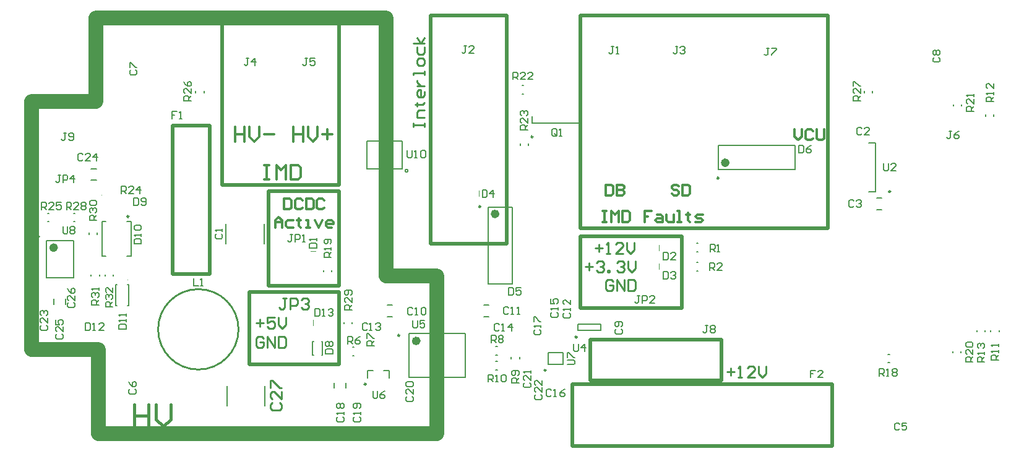
<source format=gto>
G04*
G04 #@! TF.GenerationSoftware,Altium Limited,Altium Designer,18.1.11 (251)*
G04*
G04 Layer_Color=65535*
%FSLAX25Y25*%
%MOIN*%
G70*
G01*
G75*
%ADD10C,0.00984*%
%ADD11C,0.02362*%
%ADD12C,0.00787*%
%ADD13C,0.01000*%
%ADD14C,0.00394*%
%ADD15C,0.01968*%
%ADD16C,0.00197*%
%ADD17C,0.07874*%
%ADD18C,0.01181*%
%ADD19C,0.01575*%
D10*
X374902Y145276D02*
G03*
X374902Y145276I-492J0D01*
G01*
X246555Y129921D02*
G03*
X246555Y129921I-492J0D01*
G01*
X8760Y113681D02*
G03*
X8760Y113681I-492J0D01*
G01*
X281791Y41732D02*
G03*
X281791Y41732I-492J0D01*
G01*
X184843Y34252D02*
G03*
X184843Y34252I-492J0D01*
G01*
X203008Y60520D02*
G03*
X203008Y60520I-492J0D01*
G01*
X298524Y59646D02*
G03*
X298524Y59646I-492J0D01*
G01*
X467421Y138031D02*
G03*
X467421Y138031I-492J0D01*
G01*
X274744Y167520D02*
G03*
X274744Y167520I-492J0D01*
G01*
X57087Y124606D02*
G03*
X57087Y124606I-492J0D01*
G01*
D11*
X379528Y153543D02*
G03*
X379528Y153543I-1181J0D01*
G01*
X255512Y125984D02*
G03*
X255512Y125984I-1181J0D01*
G01*
X17717Y107776D02*
G03*
X17717Y107776I-1181J0D01*
G01*
X213047Y57547D02*
G03*
X213047Y57547I-1181J0D01*
G01*
D12*
X207480Y149213D02*
G03*
X207480Y149213I-787J0D01*
G01*
X374606Y150000D02*
X415945D01*
X374606Y162992D02*
X415945D01*
X374606Y150000D02*
Y162992D01*
X415945Y150000D02*
Y162992D01*
X250787Y88386D02*
Y129724D01*
X263779Y88386D02*
Y129724D01*
X250787D02*
X263779D01*
X250787Y88386D02*
X263779D01*
X185433Y150394D02*
X204331D01*
X185433D02*
Y165354D01*
X204331D01*
Y150394D02*
Y165354D01*
X12598Y91634D02*
Y111673D01*
X27165Y91634D02*
Y111673D01*
X12598D02*
X27165D01*
X12598Y91634D02*
X27165D01*
X282874Y44882D02*
X291142D01*
X282874Y51181D02*
X291142D01*
X282874Y44882D02*
Y51181D01*
X291142Y44882D02*
Y51181D01*
X194252Y41634D02*
X197303D01*
Y37697D02*
Y41634D01*
X185492D02*
X188543D01*
X185492Y37697D02*
Y41634D01*
X207929Y37862D02*
Y61484D01*
X238441Y37862D02*
Y61484D01*
X207929D02*
X238441D01*
X207929Y37862D02*
X238441D01*
X298819Y63189D02*
Y66732D01*
X311417Y63189D02*
Y66732D01*
X298819Y63189D02*
X311417D01*
X298819Y66732D02*
X311417D01*
X455709Y164370D02*
X459449D01*
Y137992D02*
Y164370D01*
X455709Y137992D02*
X459449D01*
X44193Y92520D02*
Y93307D01*
X48720Y92520D02*
Y93307D01*
X36713Y92520D02*
Y93307D01*
X41240Y92520D02*
Y93307D01*
X35531Y114961D02*
Y115748D01*
X40059Y114961D02*
Y115748D01*
X177461Y66929D02*
Y67716D01*
X172933Y66929D02*
Y67716D01*
X27165Y121752D02*
X27953D01*
X27165Y126279D02*
X27953D01*
X457776Y191339D02*
Y192126D01*
X453248Y191339D02*
Y192126D01*
X93012Y191339D02*
Y192126D01*
X97539Y191339D02*
Y192126D01*
X13342Y121816D02*
X14130D01*
X13342Y126343D02*
X14130D01*
X267815Y162992D02*
Y163779D01*
X272342Y162992D02*
Y163779D01*
X268898Y190650D02*
X269685D01*
X268898Y195177D02*
X269685D01*
X501279Y184252D02*
Y185039D01*
X505807Y184252D02*
Y185039D01*
X505413Y51181D02*
Y51968D01*
X500886Y51181D02*
Y51968D01*
X166437Y94882D02*
Y95669D01*
X161909Y94882D02*
Y95669D01*
X466142Y45768D02*
X466929D01*
X466142Y50295D02*
X466929D01*
X513878Y62598D02*
Y63386D01*
X518405Y62598D02*
Y63386D01*
X523130Y178740D02*
Y179528D01*
X518602Y178740D02*
Y179528D01*
X525886Y62598D02*
Y63386D01*
X521358Y62598D02*
Y63386D01*
X254791Y46437D02*
X255579D01*
X254791Y41909D02*
X255579D01*
X263090Y48031D02*
Y48819D01*
X267618Y48031D02*
Y48819D01*
X254791Y54437D02*
X255579D01*
X254791Y49909D02*
X255579D01*
X177559Y54232D02*
X178347D01*
X177559Y49705D02*
X178347D01*
X362992Y99902D02*
X363779D01*
X362992Y95374D02*
X363779D01*
X362992Y110138D02*
X363779D01*
X362992Y105610D02*
X363779D01*
X300590Y175000D02*
Y178740D01*
X274213Y175000D02*
X300590D01*
X274213D02*
Y178740D01*
X57087Y76575D02*
Y87992D01*
X50000Y76575D02*
Y87992D01*
X56299D02*
X57087D01*
X56299Y76575D02*
X57087D01*
X50000Y87992D02*
X50787D01*
X50000Y76575D02*
X50787D01*
X42520Y103150D02*
X44783D01*
X42520Y122047D02*
X44783D01*
X56004Y103150D02*
X58268D01*
X56004Y122047D02*
X58268D01*
X42520Y103150D02*
Y122047D01*
X58268Y103150D02*
Y122047D01*
X155905Y50000D02*
X156496D01*
X155905Y57087D02*
X156496D01*
X160827Y50000D02*
X161417D01*
X160827Y57087D02*
X161417D01*
X155905Y50000D02*
Y57087D01*
X161417Y50000D02*
Y57087D01*
X109843Y22638D02*
Y33268D01*
X130315Y22638D02*
Y33268D01*
X22835Y77362D02*
Y80118D01*
X16535Y77362D02*
Y80118D01*
X36811Y144095D02*
X39567D01*
X36811Y150394D02*
X39567D01*
X174016Y32087D02*
Y34843D01*
X167717Y32087D02*
Y34843D01*
X248307Y70524D02*
X251063D01*
X248307Y76823D02*
X251063D01*
X196307Y70524D02*
X199063D01*
X196307Y76823D02*
X199063D01*
X460039Y128347D02*
X462795D01*
X460039Y134646D02*
X462795D01*
X129921Y110039D02*
Y120669D01*
X109449Y110039D02*
Y120669D01*
X461222Y38583D02*
Y42519D01*
X463190D01*
X463846Y41863D01*
Y40551D01*
X463190Y39895D01*
X461222D01*
X462534D02*
X463846Y38583D01*
X465158D02*
X466470D01*
X465814D01*
Y42519D01*
X465158Y41863D01*
X468438D02*
X469094Y42519D01*
X470405D01*
X471061Y41863D01*
Y41207D01*
X470405Y40551D01*
X471061Y39895D01*
Y39239D01*
X470405Y38583D01*
X469094D01*
X468438Y39239D01*
Y39895D01*
X469094Y40551D01*
X468438Y41207D01*
Y41863D01*
X469094Y40551D02*
X470405D01*
X369029Y65747D02*
X367717D01*
X368373D01*
Y62468D01*
X367717Y61812D01*
X367061D01*
X366405Y62468D01*
X370341Y65091D02*
X370997Y65747D01*
X372309D01*
X372965Y65091D01*
Y64435D01*
X372309Y63779D01*
X372965Y63124D01*
Y62468D01*
X372309Y61812D01*
X370997D01*
X370341Y62468D01*
Y63124D01*
X370997Y63779D01*
X370341Y64435D01*
Y65091D01*
X370997Y63779D02*
X372309D01*
X511810Y46327D02*
X507875D01*
Y48295D01*
X508531Y48951D01*
X509842D01*
X510499Y48295D01*
Y46327D01*
Y47639D02*
X511810Y48951D01*
Y52887D02*
Y50263D01*
X509187Y52887D01*
X508531D01*
X507875Y52231D01*
Y50919D01*
X508531Y50263D01*
Y54199D02*
X507875Y54855D01*
Y56166D01*
X508531Y56823D01*
X511154D01*
X511810Y56166D01*
Y54855D01*
X511154Y54199D01*
X508531D01*
X153281Y209842D02*
X151969D01*
X152625D01*
Y206562D01*
X151969Y205906D01*
X151313D01*
X150657Y206562D01*
X157217Y209842D02*
X154593D01*
Y207874D01*
X155905Y208530D01*
X156561D01*
X157217Y207874D01*
Y206562D01*
X156561Y205906D01*
X155249D01*
X154593Y206562D01*
X207088Y160117D02*
Y156838D01*
X207744Y156182D01*
X209056D01*
X209712Y156838D01*
Y160117D01*
X211024Y156182D02*
X212336D01*
X211680D01*
Y160117D01*
X211024Y159461D01*
X214304D02*
X214960Y160117D01*
X216272D01*
X216928Y159461D01*
Y156838D01*
X216272Y156182D01*
X214960D01*
X214304Y156838D01*
Y159461D01*
X426903Y41732D02*
X424279D01*
Y39764D01*
X425591D01*
X424279D01*
Y37796D01*
X430839D02*
X428215D01*
X430839Y40420D01*
Y41076D01*
X430183Y41732D01*
X428871D01*
X428215Y41076D01*
X83024Y181336D02*
X80400D01*
Y179368D01*
X81712D01*
X80400D01*
Y177400D01*
X84336D02*
X85648D01*
X84992D01*
Y181336D01*
X84336Y180680D01*
X296720Y55905D02*
Y52625D01*
X297376Y51969D01*
X298688D01*
X299344Y52625D01*
Y55905D01*
X302624Y51969D02*
Y55905D01*
X300656Y53937D01*
X303280D01*
X10105Y65880D02*
X9449Y65224D01*
Y63912D01*
X10105Y63256D01*
X12729D01*
X13385Y63912D01*
Y65224D01*
X12729Y65880D01*
X13385Y69816D02*
Y67192D01*
X10761Y69816D01*
X10105D01*
X9449Y69160D01*
Y67848D01*
X10105Y67192D01*
Y71128D02*
X9449Y71784D01*
Y73096D01*
X10105Y73752D01*
X10761D01*
X11417Y73096D01*
Y72440D01*
Y73096D01*
X12073Y73752D01*
X12729D01*
X13385Y73096D01*
Y71784D01*
X12729Y71128D01*
X39763Y122705D02*
X35827D01*
Y124673D01*
X36483Y125329D01*
X37795D01*
X38451Y124673D01*
Y122705D01*
Y124017D02*
X39763Y125329D01*
X36483Y126641D02*
X35827Y127297D01*
Y128609D01*
X36483Y129265D01*
X37139D01*
X37795Y128609D01*
Y127953D01*
Y128609D01*
X38451Y129265D01*
X39107D01*
X39763Y128609D01*
Y127297D01*
X39107Y126641D01*
X36483Y130577D02*
X35827Y131233D01*
Y132545D01*
X36483Y133200D01*
X39107D01*
X39763Y132545D01*
Y131233D01*
X39107Y130577D01*
X36483D01*
X21523Y119291D02*
Y116011D01*
X22179Y115355D01*
X23491D01*
X24147Y116011D01*
Y119291D01*
X25459Y118635D02*
X26115Y119291D01*
X27427D01*
X28083Y118635D01*
Y117979D01*
X27427Y117323D01*
X28083Y116667D01*
Y116011D01*
X27427Y115355D01*
X26115D01*
X25459Y116011D01*
Y116667D01*
X26115Y117323D01*
X25459Y117979D01*
Y118635D01*
X26115Y117323D02*
X27427D01*
X188512Y30610D02*
Y27330D01*
X189167Y26674D01*
X190479D01*
X191135Y27330D01*
Y30610D01*
X195071D02*
X193759Y29954D01*
X192447Y28642D01*
Y27330D01*
X193103Y26674D01*
X194415D01*
X195071Y27330D01*
Y27986D01*
X194415Y28642D01*
X192447D01*
X23360Y169527D02*
X22048D01*
X22704D01*
Y166247D01*
X22048Y165591D01*
X21392D01*
X20736Y166247D01*
X24672D02*
X25328Y165591D01*
X26640D01*
X27296Y166247D01*
Y168871D01*
X26640Y169527D01*
X25328D01*
X24672Y168871D01*
Y168215D01*
X25328Y167559D01*
X27296D01*
X417980Y162991D02*
Y159056D01*
X419948D01*
X420604Y159712D01*
Y162336D01*
X419948Y162991D01*
X417980D01*
X424540D02*
X423228Y162336D01*
X421916Y161024D01*
Y159712D01*
X422572Y159056D01*
X423884D01*
X424540Y159712D01*
Y160368D01*
X423884Y161024D01*
X421916D01*
X261681Y86220D02*
Y82284D01*
X263649D01*
X264305Y82940D01*
Y85564D01*
X263649Y86220D01*
X261681D01*
X268240D02*
X265617D01*
Y84252D01*
X266929Y84908D01*
X267584D01*
X268240Y84252D01*
Y82940D01*
X267584Y82284D01*
X266273D01*
X265617Y82940D01*
X239108Y216535D02*
X237796D01*
X238452D01*
Y213255D01*
X237796Y212599D01*
X237140D01*
X236484Y213255D01*
X243044Y212599D02*
X240420D01*
X243044Y215223D01*
Y215879D01*
X242388Y216535D01*
X241076D01*
X240420Y215879D01*
X293308Y44752D02*
X296587D01*
X297243Y45408D01*
Y46720D01*
X296587Y47376D01*
X293308D01*
Y48687D02*
Y51311D01*
X293964D01*
X296587Y48687D01*
X297243D01*
X209905Y68641D02*
Y65361D01*
X210561Y64705D01*
X211873D01*
X212529Y65361D01*
Y68641D01*
X216465D02*
X213841D01*
Y66673D01*
X215153Y67329D01*
X215809D01*
X216465Y66673D01*
Y65361D01*
X215809Y64705D01*
X214497D01*
X213841Y65361D01*
X463649Y153149D02*
Y149869D01*
X464305Y149213D01*
X465617D01*
X466273Y149869D01*
Y153149D01*
X470209Y149213D02*
X467585D01*
X470209Y151837D01*
Y152493D01*
X469553Y153149D01*
X468241D01*
X467585Y152493D01*
X48425Y75855D02*
X44489D01*
Y77823D01*
X45145Y78478D01*
X46457D01*
X47113Y77823D01*
Y75855D01*
Y77167D02*
X48425Y78478D01*
X45145Y79791D02*
X44489Y80446D01*
Y81758D01*
X45145Y82414D01*
X45801D01*
X46457Y81758D01*
Y81102D01*
Y81758D01*
X47113Y82414D01*
X47769D01*
X48425Y81758D01*
Y80446D01*
X47769Y79791D01*
X48425Y86350D02*
Y83726D01*
X45801Y86350D01*
X45145D01*
X44489Y85694D01*
Y84382D01*
X45145Y83726D01*
X40944Y76904D02*
X37009D01*
Y78872D01*
X37664Y79528D01*
X38976D01*
X39632Y78872D01*
Y76904D01*
Y78216D02*
X40944Y79528D01*
X37664Y80840D02*
X37009Y81496D01*
Y82808D01*
X37664Y83464D01*
X38320D01*
X38976Y82808D01*
Y82152D01*
Y82808D01*
X39632Y83464D01*
X40288D01*
X40944Y82808D01*
Y81496D01*
X40288Y80840D01*
X40944Y84776D02*
Y86088D01*
Y85432D01*
X37009D01*
X37664Y84776D01*
X177165Y74280D02*
X173229D01*
Y76248D01*
X173885Y76904D01*
X175197D01*
X175853Y76248D01*
Y74280D01*
Y75592D02*
X177165Y76904D01*
Y80840D02*
Y78216D01*
X174541Y80840D01*
X173885D01*
X173229Y80184D01*
Y78872D01*
X173885Y78216D01*
X176509Y82151D02*
X177165Y82807D01*
Y84119D01*
X176509Y84775D01*
X173885D01*
X173229Y84119D01*
Y82807D01*
X173885Y82151D01*
X174541D01*
X175197Y82807D01*
Y84775D01*
X23493Y128347D02*
Y132283D01*
X25460D01*
X26116Y131627D01*
Y130315D01*
X25460Y129659D01*
X23493D01*
X24804D02*
X26116Y128347D01*
X30052D02*
X27428D01*
X30052Y130971D01*
Y131627D01*
X29396Y132283D01*
X28084D01*
X27428Y131627D01*
X31364D02*
X32020Y132283D01*
X33332D01*
X33988Y131627D01*
Y130971D01*
X33332Y130315D01*
X33988Y129659D01*
Y129003D01*
X33332Y128347D01*
X32020D01*
X31364Y129003D01*
Y129659D01*
X32020Y130315D01*
X31364Y130971D01*
Y131627D01*
X32020Y130315D02*
X33332D01*
X451181Y186878D02*
X447245D01*
Y188846D01*
X447901Y189502D01*
X449213D01*
X449868Y188846D01*
Y186878D01*
Y188190D02*
X451181Y189502D01*
Y193438D02*
Y190814D01*
X448557Y193438D01*
X447901D01*
X447245Y192782D01*
Y191470D01*
X447901Y190814D01*
X447245Y194750D02*
Y197374D01*
X447901D01*
X450525Y194750D01*
X451181D01*
X90551Y186878D02*
X86615D01*
Y188846D01*
X87271Y189502D01*
X88583D01*
X89239Y188846D01*
Y186878D01*
Y188190D02*
X90551Y189502D01*
Y193438D02*
Y190814D01*
X87927Y193438D01*
X87271D01*
X86615Y192782D01*
Y191470D01*
X87271Y190814D01*
X86615Y197374D02*
X87271Y196062D01*
X88583Y194750D01*
X89895D01*
X90551Y195406D01*
Y196718D01*
X89895Y197374D01*
X89239D01*
X88583Y196718D01*
Y194750D01*
X10107Y128347D02*
Y132283D01*
X12075D01*
X12731Y131627D01*
Y130315D01*
X12075Y129659D01*
X10107D01*
X11419D02*
X12731Y128347D01*
X16666D02*
X14042D01*
X16666Y130971D01*
Y131627D01*
X16010Y132283D01*
X14698D01*
X14042Y131627D01*
X20602Y132283D02*
X17978D01*
Y130315D01*
X19290Y130971D01*
X19946D01*
X20602Y130315D01*
Y129003D01*
X19946Y128347D01*
X18634D01*
X17978Y129003D01*
X53020Y137009D02*
Y140944D01*
X54988D01*
X55644Y140288D01*
Y138976D01*
X54988Y138320D01*
X53020D01*
X54332D02*
X55644Y137009D01*
X59580D02*
X56956D01*
X59580Y139632D01*
Y140288D01*
X58924Y140944D01*
X57612D01*
X56956Y140288D01*
X62859Y137009D02*
Y140944D01*
X60891Y138976D01*
X63515D01*
X272047Y171130D02*
X268111D01*
Y173098D01*
X268767Y173754D01*
X270079D01*
X270735Y173098D01*
Y171130D01*
Y172442D02*
X272047Y173754D01*
Y177690D02*
Y175066D01*
X269423Y177690D01*
X268767D01*
X268111Y177034D01*
Y175722D01*
X268767Y175066D01*
Y179002D02*
X268111Y179658D01*
Y180970D01*
X268767Y181626D01*
X269423D01*
X270079Y180970D01*
Y180314D01*
Y180970D01*
X270735Y181626D01*
X271391D01*
X272047Y180970D01*
Y179658D01*
X271391Y179002D01*
X264044Y198426D02*
Y202362D01*
X266012D01*
X266668Y201706D01*
Y200394D01*
X266012Y199738D01*
X264044D01*
X265356D02*
X266668Y198426D01*
X270603D02*
X267979D01*
X270603Y201050D01*
Y201706D01*
X269947Y202362D01*
X268635D01*
X267979Y201706D01*
X274539Y198426D02*
X271915D01*
X274539Y201050D01*
Y201706D01*
X273883Y202362D01*
X272571D01*
X271915Y201706D01*
X512204Y181235D02*
X508268D01*
Y183203D01*
X508924Y183859D01*
X510236D01*
X510892Y183203D01*
Y181235D01*
Y182547D02*
X512204Y183859D01*
Y187795D02*
Y185171D01*
X509580Y187795D01*
X508924D01*
X508268Y187139D01*
Y185827D01*
X508924Y185171D01*
X512204Y189107D02*
Y190419D01*
Y189762D01*
X508268D01*
X508924Y189107D01*
X166141Y102561D02*
X162205D01*
Y104528D01*
X162861Y105184D01*
X164173D01*
X164829Y104528D01*
Y102561D01*
Y103873D02*
X166141Y105184D01*
Y106496D02*
Y107808D01*
Y107152D01*
X162205D01*
X162861Y106496D01*
X165485Y109776D02*
X166141Y110432D01*
Y111744D01*
X165485Y112400D01*
X162861D01*
X162205Y111744D01*
Y110432D01*
X162861Y109776D01*
X163517D01*
X164173Y110432D01*
Y112400D01*
X518110Y46261D02*
X514174D01*
Y48229D01*
X514830Y48885D01*
X516142D01*
X516798Y48229D01*
Y46261D01*
Y47573D02*
X518110Y48885D01*
Y50197D02*
Y51509D01*
Y50853D01*
X514174D01*
X514830Y50197D01*
Y53477D02*
X514174Y54133D01*
Y55445D01*
X514830Y56101D01*
X515486D01*
X516142Y55445D01*
Y54789D01*
Y55445D01*
X516798Y56101D01*
X517454D01*
X518110Y55445D01*
Y54133D01*
X517454Y53477D01*
X522834Y186419D02*
X518898D01*
Y188387D01*
X519554Y189043D01*
X520866D01*
X521522Y188387D01*
Y186419D01*
Y187731D02*
X522834Y189043D01*
Y190355D02*
Y191667D01*
Y191011D01*
X518898D01*
X519554Y190355D01*
X522834Y196258D02*
Y193634D01*
X520210Y196258D01*
X519554D01*
X518898Y195602D01*
Y194290D01*
X519554Y193634D01*
X525590Y47311D02*
X521654D01*
Y49279D01*
X522310Y49935D01*
X523622D01*
X524278Y49279D01*
Y47311D01*
Y48623D02*
X525590Y49935D01*
Y51247D02*
Y52559D01*
Y51903D01*
X521654D01*
X522310Y51247D01*
X525590Y54527D02*
Y55839D01*
Y55183D01*
X521654D01*
X522310Y54527D01*
X250592Y35434D02*
Y39369D01*
X252560D01*
X253216Y38713D01*
Y37402D01*
X252560Y36746D01*
X250592D01*
X251904D02*
X253216Y35434D01*
X254528D02*
X255840D01*
X255184D01*
Y39369D01*
X254528Y38713D01*
X257808D02*
X258464Y39369D01*
X259775D01*
X260432Y38713D01*
Y36090D01*
X259775Y35434D01*
X258464D01*
X257808Y36090D01*
Y38713D01*
X267322Y34909D02*
X263387D01*
Y36877D01*
X264042Y37533D01*
X265354D01*
X266010Y36877D01*
Y34909D01*
Y36221D02*
X267322Y37533D01*
X266666Y38845D02*
X267322Y39501D01*
Y40813D01*
X266666Y41469D01*
X264042D01*
X263387Y40813D01*
Y39501D01*
X264042Y38845D01*
X264698D01*
X265354Y39501D01*
Y41469D01*
X252232Y56694D02*
Y60629D01*
X254200D01*
X254856Y59973D01*
Y58661D01*
X254200Y58005D01*
X252232D01*
X253544D02*
X254856Y56694D01*
X256168Y59973D02*
X256824Y60629D01*
X258136D01*
X258792Y59973D01*
Y59317D01*
X258136Y58661D01*
X258792Y58005D01*
Y57349D01*
X258136Y56694D01*
X256824D01*
X256168Y57349D01*
Y58005D01*
X256824Y58661D01*
X256168Y59317D01*
Y59973D01*
X256824Y58661D02*
X258136D01*
X189369Y54988D02*
X185434D01*
Y56956D01*
X186090Y57612D01*
X187402D01*
X188057Y56956D01*
Y54988D01*
Y56300D02*
X189369Y57612D01*
X185434Y58924D02*
Y61547D01*
X186090D01*
X188714Y58924D01*
X189369D01*
X175067Y55906D02*
Y59842D01*
X177034D01*
X177690Y59186D01*
Y57874D01*
X177034Y57218D01*
X175067D01*
X176379D02*
X177690Y55906D01*
X181626Y59842D02*
X180314Y59186D01*
X179002Y57874D01*
Y56562D01*
X179658Y55906D01*
X180970D01*
X181626Y56562D01*
Y57218D01*
X180970Y57874D01*
X179002D01*
X369949Y95670D02*
Y99606D01*
X371916D01*
X372572Y98950D01*
Y97638D01*
X371916Y96982D01*
X369949D01*
X371260D02*
X372572Y95670D01*
X376508D02*
X373884D01*
X376508Y98294D01*
Y98950D01*
X375852Y99606D01*
X374540D01*
X373884Y98950D01*
X370211Y105512D02*
Y109448D01*
X372179D01*
X372835Y108792D01*
Y107480D01*
X372179Y106824D01*
X370211D01*
X371523D02*
X372835Y105512D01*
X374147D02*
X375459D01*
X374802D01*
Y109448D01*
X374147Y108792D01*
X287756Y168570D02*
Y171194D01*
X287100Y171850D01*
X285788D01*
X285132Y171194D01*
Y168570D01*
X285788Y167914D01*
X287100D01*
X286444Y169226D02*
X287756Y167914D01*
X287100D02*
X287756Y168570D01*
X289068Y167914D02*
X290380D01*
X289724D01*
Y171850D01*
X289068Y171194D01*
X91864Y91338D02*
Y87402D01*
X94488D01*
X95800D02*
X97112D01*
X96456D01*
Y91338D01*
X95800Y90682D01*
X20211Y146850D02*
X18899D01*
X19555D01*
Y143570D01*
X18899Y142914D01*
X18243D01*
X17587Y143570D01*
X21523Y142914D02*
Y146850D01*
X23491D01*
X24147Y146194D01*
Y144882D01*
X23491Y144226D01*
X21523D01*
X27426Y142914D02*
Y146850D01*
X25458Y144882D01*
X28082D01*
X332416Y81889D02*
X331104D01*
X331760D01*
Y78609D01*
X331104Y77953D01*
X330448D01*
X329792Y78609D01*
X333728Y77953D02*
Y81889D01*
X335695D01*
X336351Y81233D01*
Y79921D01*
X335695Y79265D01*
X333728D01*
X340287Y77953D02*
X337663D01*
X340287Y80577D01*
Y81233D01*
X339631Y81889D01*
X338319D01*
X337663Y81233D01*
X145276Y114960D02*
X143964D01*
X144620D01*
Y111680D01*
X143964Y111024D01*
X143308D01*
X142652Y111680D01*
X146588Y111024D02*
Y114960D01*
X148556D01*
X149212Y114304D01*
Y112992D01*
X148556Y112336D01*
X146588D01*
X150524Y111024D02*
X151836D01*
X151180D01*
Y114960D01*
X150524Y114304D01*
X402021Y215354D02*
X400709D01*
X401365D01*
Y212074D01*
X400709Y211418D01*
X400053D01*
X399397Y212074D01*
X403333Y215354D02*
X405957D01*
Y214698D01*
X403333Y212074D01*
Y211418D01*
X500424Y170636D02*
X499112D01*
X499768D01*
Y167356D01*
X499112Y166700D01*
X498456D01*
X497800Y167356D01*
X504360Y170636D02*
X503048Y169980D01*
X501736Y168668D01*
Y167356D01*
X502392Y166700D01*
X503704D01*
X504360Y167356D01*
Y168012D01*
X503704Y168668D01*
X501736D01*
X121785Y209842D02*
X120473D01*
X121129D01*
Y206562D01*
X120473Y205906D01*
X119817D01*
X119161Y206562D01*
X125065Y205906D02*
Y209842D01*
X123097Y207874D01*
X125721D01*
X352809Y216141D02*
X351497D01*
X352153D01*
Y212861D01*
X351497Y212205D01*
X350841D01*
X350185Y212861D01*
X354120Y215485D02*
X354777Y216141D01*
X356088D01*
X356744Y215485D01*
Y214829D01*
X356088Y214173D01*
X355432D01*
X356088D01*
X356744Y213517D01*
Y212861D01*
X356088Y212205D01*
X354777D01*
X354120Y212861D01*
X318425Y216141D02*
X317113D01*
X317769D01*
Y212861D01*
X317113Y212205D01*
X316457D01*
X315801Y212861D01*
X319737Y212205D02*
X321049D01*
X320393D01*
Y216141D01*
X319737Y215485D01*
X157285Y74803D02*
Y70867D01*
X159253D01*
X159909Y71523D01*
Y74147D01*
X159253Y74803D01*
X157285D01*
X161221Y70867D02*
X162533D01*
X161877D01*
Y74803D01*
X161221Y74147D01*
X164501D02*
X165156Y74803D01*
X166468D01*
X167124Y74147D01*
Y73491D01*
X166468Y72835D01*
X165813D01*
X166468D01*
X167124Y72179D01*
Y71523D01*
X166468Y70867D01*
X165156D01*
X164501Y71523D01*
X33663Y67322D02*
Y63386D01*
X35631D01*
X36287Y64042D01*
Y66666D01*
X35631Y67322D01*
X33663D01*
X37599Y63386D02*
X38911D01*
X38255D01*
Y67322D01*
X37599Y66666D01*
X43502Y63386D02*
X40878D01*
X43502Y66010D01*
Y66666D01*
X42846Y67322D01*
X41535D01*
X40878Y66666D01*
X51575Y63846D02*
X55511D01*
Y65814D01*
X54855Y66470D01*
X52231D01*
X51575Y65814D01*
Y63846D01*
X55511Y67782D02*
Y69094D01*
Y68438D01*
X51575D01*
X52231Y67782D01*
X55511Y71062D02*
Y72374D01*
Y71718D01*
X51575D01*
X52231Y71062D01*
X59843Y110041D02*
X63779D01*
Y112009D01*
X63123Y112665D01*
X60499D01*
X59843Y112009D01*
Y110041D01*
X63779Y113977D02*
Y115289D01*
Y114633D01*
X59843D01*
X60499Y113977D01*
Y117256D02*
X59843Y117912D01*
Y119224D01*
X60499Y119880D01*
X63123D01*
X63779Y119224D01*
Y117912D01*
X63123Y117256D01*
X60499D01*
X59712Y134645D02*
Y130709D01*
X61680D01*
X62336Y131365D01*
Y133989D01*
X61680Y134645D01*
X59712D01*
X63648Y131365D02*
X64304Y130709D01*
X65616D01*
X66272Y131365D01*
Y133989D01*
X65616Y134645D01*
X64304D01*
X63648Y133989D01*
Y133333D01*
X64304Y132677D01*
X66272D01*
X162993Y50657D02*
X166929D01*
Y52625D01*
X166272Y53281D01*
X163649D01*
X162993Y52625D01*
Y50657D01*
X163649Y54593D02*
X162993Y55249D01*
Y56561D01*
X163649Y57217D01*
X164305D01*
X164961Y56561D01*
X165617Y57217D01*
X166272D01*
X166929Y56561D01*
Y55249D01*
X166272Y54593D01*
X165617D01*
X164961Y55249D01*
X164305Y54593D01*
X163649D01*
X164961Y55249D02*
Y56561D01*
X247508Y138976D02*
Y135040D01*
X249476D01*
X250131Y135696D01*
Y138320D01*
X249476Y138976D01*
X247508D01*
X253411Y135040D02*
Y138976D01*
X251443Y137008D01*
X254067D01*
X345145Y94881D02*
Y90946D01*
X347113D01*
X347769Y91602D01*
Y94225D01*
X347113Y94881D01*
X345145D01*
X349081Y94225D02*
X349737Y94881D01*
X351049D01*
X351705Y94225D01*
Y93569D01*
X351049Y92913D01*
X350393D01*
X351049D01*
X351705Y92257D01*
Y91602D01*
X351049Y90946D01*
X349737D01*
X349081Y91602D01*
X345145Y105117D02*
Y101182D01*
X347113D01*
X347769Y101838D01*
Y104462D01*
X347113Y105117D01*
X345145D01*
X351705Y101182D02*
X349081D01*
X351705Y103806D01*
Y104462D01*
X351049Y105117D01*
X349737D01*
X349081Y104462D01*
X154393Y107612D02*
X158329D01*
Y109580D01*
X157673Y110236D01*
X155049D01*
X154393Y109580D01*
Y107612D01*
X158329Y111548D02*
Y112860D01*
Y112204D01*
X154393D01*
X155049Y111548D01*
X24672Y78085D02*
X24016Y77429D01*
Y76117D01*
X24672Y75461D01*
X27296D01*
X27952Y76117D01*
Y77429D01*
X27296Y78085D01*
X27952Y82021D02*
Y79397D01*
X25328Y82021D01*
X24672D01*
X24016Y81365D01*
Y80053D01*
X24672Y79397D01*
X24016Y85956D02*
X24672Y84644D01*
X25984Y83333D01*
X27296D01*
X27952Y83988D01*
Y85300D01*
X27296Y85956D01*
X26640D01*
X25984Y85300D01*
Y83333D01*
X18373Y61156D02*
X17717Y60500D01*
Y59188D01*
X18373Y58532D01*
X20997D01*
X21653Y59188D01*
Y60500D01*
X20997Y61156D01*
X21653Y65091D02*
Y62468D01*
X19029Y65091D01*
X18373D01*
X17717Y64435D01*
Y63124D01*
X18373Y62468D01*
X17717Y69027D02*
Y66403D01*
X19685D01*
X19029Y67715D01*
Y68371D01*
X19685Y69027D01*
X20997D01*
X21653Y68371D01*
Y67059D01*
X20997Y66403D01*
X32427Y157932D02*
X31771Y158589D01*
X30459D01*
X29803Y157932D01*
Y155309D01*
X30459Y154653D01*
X31771D01*
X32427Y155309D01*
X36363Y154653D02*
X33739D01*
X36363Y157277D01*
Y157932D01*
X35707Y158589D01*
X34395D01*
X33739Y157932D01*
X39643Y154653D02*
Y158589D01*
X37675Y156621D01*
X40299D01*
X276247Y28479D02*
X275591Y27823D01*
Y26511D01*
X276247Y25855D01*
X278871D01*
X279527Y26511D01*
Y27823D01*
X278871Y28479D01*
X279527Y32414D02*
Y29790D01*
X276903Y32414D01*
X276247D01*
X275591Y31758D01*
Y30446D01*
X276247Y29790D01*
X279527Y36350D02*
Y33726D01*
X276903Y36350D01*
X276247D01*
X275591Y35694D01*
Y34382D01*
X276247Y33726D01*
X270342Y35040D02*
X269686Y34384D01*
Y33072D01*
X270342Y32416D01*
X272965D01*
X273621Y33072D01*
Y34384D01*
X272965Y35040D01*
X273621Y38976D02*
Y36352D01*
X270998Y38976D01*
X270342D01*
X269686Y38320D01*
Y37008D01*
X270342Y36352D01*
X273621Y40288D02*
Y41600D01*
Y40944D01*
X269686D01*
X270342Y40288D01*
X206956Y27691D02*
X206300Y27035D01*
Y25723D01*
X206956Y25067D01*
X209580D01*
X210236Y25723D01*
Y27035D01*
X209580Y27691D01*
X210236Y31627D02*
Y29003D01*
X207612Y31627D01*
X206956D01*
X206300Y30971D01*
Y29659D01*
X206956Y29003D01*
Y32939D02*
X206300Y33595D01*
Y34907D01*
X206956Y35563D01*
X209580D01*
X210236Y34907D01*
Y33595D01*
X209580Y32939D01*
X206956D01*
X178609Y16602D02*
X177953Y15946D01*
Y14634D01*
X178609Y13978D01*
X181233D01*
X181889Y14634D01*
Y15946D01*
X181233Y16602D01*
X181889Y17914D02*
Y19226D01*
Y18570D01*
X177953D01*
X178609Y17914D01*
X181233Y21193D02*
X181889Y21849D01*
Y23161D01*
X181233Y23817D01*
X178609D01*
X177953Y23161D01*
Y21849D01*
X178609Y21193D01*
X179265D01*
X179921Y21849D01*
Y23817D01*
X169554Y16602D02*
X168898Y15946D01*
Y14634D01*
X169554Y13978D01*
X172178D01*
X172834Y14634D01*
Y15946D01*
X172178Y16602D01*
X172834Y17914D02*
Y19226D01*
Y18570D01*
X168898D01*
X169554Y17914D01*
Y21193D02*
X168898Y21849D01*
Y23161D01*
X169554Y23817D01*
X170210D01*
X170866Y23161D01*
X171522Y23817D01*
X172178D01*
X172834Y23161D01*
Y21849D01*
X172178Y21193D01*
X171522D01*
X170866Y21849D01*
X170210Y21193D01*
X169554D01*
X170866Y21849D02*
Y23161D01*
X275853Y63452D02*
X275198Y62796D01*
Y61484D01*
X275853Y60828D01*
X278477D01*
X279133Y61484D01*
Y62796D01*
X278477Y63452D01*
X279133Y64764D02*
Y66076D01*
Y65420D01*
X275198D01*
X275853Y64764D01*
X275198Y68044D02*
Y70668D01*
X275853D01*
X278477Y68044D01*
X279133D01*
X284712Y30839D02*
X284056Y31495D01*
X282744D01*
X282088Y30839D01*
Y28216D01*
X282744Y27560D01*
X284056D01*
X284712Y28216D01*
X286024Y27560D02*
X287336D01*
X286680D01*
Y31495D01*
X286024Y30839D01*
X291928Y31495D02*
X290616Y30839D01*
X289304Y29528D01*
Y28216D01*
X289960Y27560D01*
X291272D01*
X291928Y28216D01*
Y28872D01*
X291272Y29528D01*
X289304D01*
X284909Y72901D02*
X284253Y72245D01*
Y70933D01*
X284909Y70277D01*
X287532D01*
X288188Y70933D01*
Y72245D01*
X287532Y72901D01*
X288188Y74213D02*
Y75525D01*
Y74869D01*
X284253D01*
X284909Y74213D01*
X284253Y80116D02*
Y77493D01*
X286221D01*
X285564Y78805D01*
Y79461D01*
X286221Y80116D01*
X287532D01*
X288188Y79461D01*
Y78149D01*
X287532Y77493D01*
X256759Y66272D02*
X256103Y66928D01*
X254791D01*
X254135Y66272D01*
Y63649D01*
X254791Y62993D01*
X256103D01*
X256759Y63649D01*
X258071Y62993D02*
X259383D01*
X258727D01*
Y66928D01*
X258071Y66272D01*
X263319Y62993D02*
Y66928D01*
X261351Y64961D01*
X263975D01*
X185499Y66666D02*
X184844Y67322D01*
X183532D01*
X182876Y66666D01*
Y64042D01*
X183532Y63386D01*
X184844D01*
X185499Y64042D01*
X186811Y63386D02*
X188123D01*
X187467D01*
Y67322D01*
X186811Y66666D01*
X190091D02*
X190747Y67322D01*
X192059D01*
X192715Y66666D01*
Y66010D01*
X192059Y65354D01*
X191403D01*
X192059D01*
X192715Y64698D01*
Y64042D01*
X192059Y63386D01*
X190747D01*
X190091Y64042D01*
X291601Y72507D02*
X290946Y71851D01*
Y70539D01*
X291601Y69884D01*
X294225D01*
X294881Y70539D01*
Y71851D01*
X294225Y72507D01*
X294881Y73819D02*
Y75131D01*
Y74475D01*
X290946D01*
X291601Y73819D01*
X294881Y79723D02*
Y77099D01*
X292257Y79723D01*
X291601D01*
X290946Y79067D01*
Y77755D01*
X291601Y77099D01*
X261746Y75328D02*
X261090Y75984D01*
X259778D01*
X259122Y75328D01*
Y72704D01*
X259778Y72048D01*
X261090D01*
X261746Y72704D01*
X263058Y72048D02*
X264370D01*
X263714D01*
Y75984D01*
X263058Y75328D01*
X266338Y72048D02*
X267650D01*
X266994D01*
Y75984D01*
X266338Y75328D01*
X209909Y74934D02*
X209253Y75590D01*
X207941D01*
X207285Y74934D01*
Y72310D01*
X207941Y71654D01*
X209253D01*
X209909Y72310D01*
X211221Y71654D02*
X212533D01*
X211877D01*
Y75590D01*
X211221Y74934D01*
X214501D02*
X215157Y75590D01*
X216468D01*
X217124Y74934D01*
Y72310D01*
X216468Y71654D01*
X215157D01*
X214501Y72310D01*
Y74934D01*
X319554Y63911D02*
X318898Y63255D01*
Y61943D01*
X319554Y61287D01*
X322178D01*
X322834Y61943D01*
Y63255D01*
X322178Y63911D01*
Y65223D02*
X322834Y65879D01*
Y67191D01*
X322178Y67847D01*
X319554D01*
X318898Y67191D01*
Y65879D01*
X319554Y65223D01*
X320210D01*
X320866Y65879D01*
Y67847D01*
X490814Y210368D02*
X490158Y209712D01*
Y208400D01*
X490814Y207744D01*
X493438D01*
X494094Y208400D01*
Y209712D01*
X493438Y210368D01*
X490814Y211680D02*
X490158Y212335D01*
Y213647D01*
X490814Y214303D01*
X491470D01*
X492126Y213647D01*
X492782Y214303D01*
X493438D01*
X494094Y213647D01*
Y212335D01*
X493438Y211680D01*
X492782D01*
X492126Y212335D01*
X491470Y211680D01*
X490814D01*
X492126Y212335D02*
Y213647D01*
X58137Y203675D02*
X57481Y203019D01*
Y201707D01*
X58137Y201051D01*
X60761D01*
X61417Y201707D01*
Y203019D01*
X60761Y203675D01*
X57481Y204987D02*
Y207611D01*
X58137D01*
X60761Y204987D01*
X61417D01*
X57743Y31628D02*
X57087Y30972D01*
Y29660D01*
X57743Y29004D01*
X60367D01*
X61023Y29660D01*
Y30972D01*
X60367Y31628D01*
X57087Y35563D02*
X57743Y34251D01*
X59055Y32939D01*
X60367D01*
X61023Y33595D01*
Y34907D01*
X60367Y35563D01*
X59711D01*
X59055Y34907D01*
Y32939D01*
X472179Y12729D02*
X471523Y13385D01*
X470211D01*
X469555Y12729D01*
Y10105D01*
X470211Y9449D01*
X471523D01*
X472179Y10105D01*
X476114Y13385D02*
X473491D01*
Y11417D01*
X474802Y12073D01*
X475458D01*
X476114Y11417D01*
Y10105D01*
X475458Y9449D01*
X474147D01*
X473491Y10105D01*
X447769Y132808D02*
X447113Y133464D01*
X445801D01*
X445145Y132808D01*
Y130184D01*
X445801Y129528D01*
X447113D01*
X447769Y130184D01*
X449081Y132808D02*
X449737Y133464D01*
X451049D01*
X451705Y132808D01*
Y132152D01*
X451049Y131496D01*
X450393D01*
X451049D01*
X451705Y130840D01*
Y130184D01*
X451049Y129528D01*
X449737D01*
X449081Y130184D01*
X452100Y171784D02*
X451444Y172440D01*
X450132D01*
X449476Y171784D01*
Y169160D01*
X450132Y168505D01*
X451444D01*
X452100Y169160D01*
X456036Y168505D02*
X453412D01*
X456036Y171128D01*
Y171784D01*
X455380Y172440D01*
X454068D01*
X453412Y171784D01*
X104200Y115354D02*
X103544Y114698D01*
Y113386D01*
X104200Y112731D01*
X106824D01*
X107480Y113386D01*
Y114698D01*
X106824Y115354D01*
X107480Y116666D02*
Y117978D01*
Y117322D01*
X103544D01*
X104200Y116666D01*
D13*
X116142Y63779D02*
G03*
X116142Y63779I-21654J0D01*
G01*
X210325Y172858D02*
Y174857D01*
Y173858D01*
X216323D01*
Y172858D01*
Y174857D01*
Y177857D02*
X212324D01*
Y180856D01*
X213324Y181855D01*
X216323D01*
X211324Y184854D02*
X212324D01*
Y183855D01*
Y185854D01*
Y184854D01*
X215323D01*
X216323Y185854D01*
Y191852D02*
Y189853D01*
X215323Y188853D01*
X213324D01*
X212324Y189853D01*
Y191852D01*
X213324Y192852D01*
X214323D01*
Y188853D01*
X212324Y194851D02*
X216323D01*
X214323D01*
X213324Y195851D01*
X212324Y196850D01*
Y197850D01*
X216323Y200849D02*
Y202849D01*
Y201849D01*
X210325D01*
Y200849D01*
X216323Y206847D02*
Y208846D01*
X215323Y209846D01*
X213324D01*
X212324Y208846D01*
Y206847D01*
X213324Y205848D01*
X215323D01*
X216323Y206847D01*
X212324Y215844D02*
Y212845D01*
X213324Y211845D01*
X215323D01*
X216323Y212845D01*
Y215844D01*
Y217844D02*
X210325D01*
X214323D02*
X212324Y220843D01*
X214323Y217844D02*
X216323Y220843D01*
X379346Y41007D02*
X383345D01*
X381346Y43006D02*
Y39007D01*
X385345Y38008D02*
X387344D01*
X386344D01*
Y44006D01*
X385345Y43006D01*
X394342Y38008D02*
X390343D01*
X394342Y42007D01*
Y43006D01*
X393342Y44006D01*
X391343D01*
X390343Y43006D01*
X396341Y44006D02*
Y40007D01*
X398340Y38008D01*
X400340Y40007D01*
Y44006D01*
X129802Y58754D02*
X128802Y59754D01*
X126803D01*
X125803Y58754D01*
Y54756D01*
X126803Y53756D01*
X128802D01*
X129802Y54756D01*
Y56755D01*
X127803D01*
X131801Y53756D02*
Y59754D01*
X135800Y53756D01*
Y59754D01*
X137799D02*
Y53756D01*
X140798D01*
X141798Y54756D01*
Y58754D01*
X140798Y59754D01*
X137799D01*
X125803Y67385D02*
X129802D01*
X127803Y69384D02*
Y65386D01*
X135800Y70384D02*
X131801D01*
Y67385D01*
X133801Y68385D01*
X134800D01*
X135800Y67385D01*
Y65386D01*
X134800Y64386D01*
X132801D01*
X131801Y65386D01*
X137799Y70384D02*
Y66385D01*
X139799Y64386D01*
X141798Y66385D01*
Y70384D01*
X317991Y89463D02*
X316991Y90463D01*
X314992D01*
X313992Y89463D01*
Y85464D01*
X314992Y84465D01*
X316991D01*
X317991Y85464D01*
Y87464D01*
X315991D01*
X319990Y84465D02*
Y90463D01*
X323989Y84465D01*
Y90463D01*
X325988D02*
Y84465D01*
X328987D01*
X329987Y85464D01*
Y89463D01*
X328987Y90463D01*
X325988D01*
X302969Y97700D02*
X306967D01*
X304968Y99699D02*
Y95701D01*
X308967Y99699D02*
X309966Y100699D01*
X311966D01*
X312965Y99699D01*
Y98699D01*
X311966Y97700D01*
X310966D01*
X311966D01*
X312965Y96700D01*
Y95701D01*
X311966Y94701D01*
X309966D01*
X308967Y95701D01*
X314965Y94701D02*
Y95701D01*
X315964D01*
Y94701D01*
X314965D01*
X319963Y99699D02*
X320963Y100699D01*
X322962D01*
X323962Y99699D01*
Y98699D01*
X322962Y97700D01*
X321962D01*
X322962D01*
X323962Y96700D01*
Y95701D01*
X322962Y94701D01*
X320963D01*
X319963Y95701D01*
X325961Y100699D02*
Y96700D01*
X327960Y94701D01*
X329960Y96700D01*
Y100699D01*
X308480Y107542D02*
X312479D01*
X310480Y109542D02*
Y105543D01*
X314478Y104543D02*
X316478D01*
X315478D01*
Y110541D01*
X314478Y109542D01*
X323476Y104543D02*
X319477D01*
X323476Y108542D01*
Y109542D01*
X322476Y110541D01*
X320476D01*
X319477Y109542D01*
X325475Y110541D02*
Y106543D01*
X327474Y104543D01*
X329473Y106543D01*
Y110541D01*
X134221Y24348D02*
X133221Y23348D01*
Y21349D01*
X134221Y20349D01*
X138220D01*
X139219Y21349D01*
Y23348D01*
X138220Y24348D01*
X139219Y30346D02*
Y26347D01*
X135221Y30346D01*
X134221D01*
X133221Y29346D01*
Y27347D01*
X134221Y26347D01*
X133221Y32345D02*
Y36344D01*
X134221D01*
X138220Y32345D01*
X139219D01*
X142064Y80558D02*
X140065D01*
X141065D01*
Y75560D01*
X140065Y74560D01*
X139065D01*
X138066Y75560D01*
X144064Y74560D02*
Y80558D01*
X147063D01*
X148062Y79558D01*
Y77559D01*
X147063Y76559D01*
X144064D01*
X150062Y79558D02*
X151061Y80558D01*
X153061D01*
X154060Y79558D01*
Y78559D01*
X153061Y77559D01*
X152061D01*
X153061D01*
X154060Y76559D01*
Y75560D01*
X153061Y74560D01*
X151061D01*
X150062Y75560D01*
D14*
X30315Y74606D02*
G03*
X30315Y74606I-197J0D01*
G01*
X56496Y90453D02*
G03*
X56496Y90453I-197J0D01*
G01*
X42520Y136024D02*
G03*
X42520Y136024I-197J0D01*
G01*
X161024Y59252D02*
G03*
X161024Y59252I-197J0D01*
G01*
D15*
X305512Y36220D02*
X376378D01*
Y58268D01*
X305512D02*
X376378D01*
X305512Y36220D02*
Y58268D01*
X296142Y34252D02*
X436142D01*
X296142Y787D02*
Y34252D01*
Y787D02*
X436142D01*
Y34252D01*
X80551Y93661D02*
X100551D01*
X80551D02*
Y173661D01*
X100551D01*
Y93661D02*
Y173661D01*
X122047Y44882D02*
X170472D01*
Y83858D01*
X122047Y44882D02*
Y83858D01*
X170472D01*
X300394Y75345D02*
Y113779D01*
X355118D01*
X300394Y75345D02*
X355118D01*
Y113779D01*
X219685Y233071D02*
X260630D01*
X219685Y109843D02*
Y233071D01*
Y109843D02*
X260630D01*
Y233071D01*
X300315D02*
X433779D01*
X300315Y118110D02*
Y233071D01*
Y118110D02*
X433779D01*
Y233071D01*
X107480Y141732D02*
X170473D01*
Y232677D01*
X107480D02*
X170473D01*
X107480Y141732D02*
Y232677D01*
X132283Y87402D02*
X170472D01*
Y138189D01*
X132283D02*
X170472D01*
X132283Y87402D02*
Y138189D01*
D16*
X156398Y65847D02*
Y68799D01*
X245571Y135531D02*
Y138484D01*
X342618Y96161D02*
Y99114D01*
Y106398D02*
Y109350D01*
X154823Y105807D02*
X157776D01*
D17*
X4724Y52756D02*
X40551D01*
Y7480D02*
Y52756D01*
Y7480D02*
X40551Y7480D01*
X222835D01*
Y92520D01*
X195669D02*
X222835D01*
X195669Y231496D02*
X195669Y92520D01*
X39370Y231496D02*
X195669D01*
X39370Y186614D02*
Y231496D01*
X4724Y186614D02*
X39370D01*
X4724Y52756D02*
Y186614D01*
D18*
X140752Y134327D02*
Y128423D01*
X143703D01*
X144687Y129407D01*
Y133343D01*
X143703Y134327D01*
X140752D01*
X150591Y133343D02*
X149607Y134327D01*
X147639D01*
X146655Y133343D01*
Y129407D01*
X147639Y128423D01*
X149607D01*
X150591Y129407D01*
X152559Y134327D02*
Y128423D01*
X155510D01*
X156494Y129407D01*
Y133343D01*
X155510Y134327D01*
X152559D01*
X162398Y133343D02*
X161414Y134327D01*
X159446D01*
X158462Y133343D01*
Y129407D01*
X159446Y128423D01*
X161414D01*
X162398Y129407D01*
X135832Y118504D02*
Y122440D01*
X137800Y124407D01*
X139768Y122440D01*
Y118504D01*
Y121456D01*
X135832D01*
X145671Y122440D02*
X142719D01*
X141735Y121456D01*
Y119488D01*
X142719Y118504D01*
X145671D01*
X148623Y123424D02*
Y122440D01*
X147639D01*
X149607D01*
X148623D01*
Y119488D01*
X149607Y118504D01*
X152559D02*
X154527D01*
X153543D01*
Y122440D01*
X152559D01*
X157478D02*
X159446Y118504D01*
X161414Y122440D01*
X166334Y118504D02*
X164366D01*
X163382Y119488D01*
Y121456D01*
X164366Y122440D01*
X166334D01*
X167318Y121456D01*
Y120472D01*
X163382D01*
X312205Y127557D02*
X314173D01*
X313189D01*
Y121653D01*
X312205D01*
X314173D01*
X317124D02*
Y127557D01*
X319092Y125589D01*
X321060Y127557D01*
Y121653D01*
X323028Y127557D02*
Y121653D01*
X325980D01*
X326964Y122637D01*
Y126573D01*
X325980Y127557D01*
X323028D01*
X338771D02*
X334835D01*
Y124605D01*
X336803D01*
X334835D01*
Y121653D01*
X341723Y125589D02*
X343691D01*
X344674Y124605D01*
Y121653D01*
X341723D01*
X340739Y122637D01*
X341723Y123621D01*
X344674D01*
X346642Y125589D02*
Y122637D01*
X347626Y121653D01*
X350578D01*
Y125589D01*
X352546Y121653D02*
X354514D01*
X353530D01*
Y127557D01*
X352546D01*
X358450Y126573D02*
Y125589D01*
X357466D01*
X359434D01*
X358450D01*
Y122637D01*
X359434Y121653D01*
X362385D02*
X365337D01*
X366321Y122637D01*
X365337Y123621D01*
X363369D01*
X362385Y124605D01*
X363369Y125589D01*
X366321D01*
X415748Y171652D02*
Y167716D01*
X417716Y165748D01*
X419684Y167716D01*
Y171652D01*
X425587Y170668D02*
X424603Y171652D01*
X422636D01*
X421652Y170668D01*
Y166732D01*
X422636Y165748D01*
X424603D01*
X425587Y166732D01*
X427555Y171652D02*
Y166732D01*
X428539Y165748D01*
X430507D01*
X431491Y166732D01*
Y171652D01*
X353463Y140746D02*
X352479Y141730D01*
X350512D01*
X349528Y140746D01*
Y139762D01*
X350512Y138779D01*
X352479D01*
X353463Y137795D01*
Y136811D01*
X352479Y135827D01*
X350512D01*
X349528Y136811D01*
X355431Y141730D02*
Y135827D01*
X358383D01*
X359367Y136811D01*
Y140746D01*
X358383Y141730D01*
X355431D01*
X314094D02*
Y135827D01*
X317046D01*
X318030Y136811D01*
Y140746D01*
X317046Y141730D01*
X314094D01*
X319998D02*
Y135827D01*
X322950D01*
X323934Y136811D01*
Y137795D01*
X322950Y138779D01*
X319998D01*
X322950D01*
X323934Y139762D01*
Y140746D01*
X322950Y141730D01*
X319998D01*
X145669Y172832D02*
Y164961D01*
Y168896D01*
X150917D01*
Y172832D01*
Y164961D01*
X153541Y172832D02*
Y167584D01*
X156165Y164961D01*
X158788Y167584D01*
Y172832D01*
X161412Y168896D02*
X166660D01*
X164036Y171520D02*
Y166272D01*
X114173Y172832D02*
Y164961D01*
Y168896D01*
X119421D01*
Y172832D01*
Y164961D01*
X122045Y172832D02*
Y167584D01*
X124669Y164961D01*
X127292Y167584D01*
Y172832D01*
X129916Y168896D02*
X135164D01*
X129921Y152360D02*
X132545D01*
X131233D01*
Y144488D01*
X129921D01*
X132545D01*
X136481D02*
Y152360D01*
X139105Y149736D01*
X141728Y152360D01*
Y144488D01*
X144352Y152360D02*
Y144488D01*
X148288D01*
X149600Y145800D01*
Y151048D01*
X148288Y152360D01*
X144352D01*
D19*
X59842Y23224D02*
Y11417D01*
Y17321D01*
X67714D01*
Y23224D01*
Y11417D01*
X71650Y23224D02*
Y15353D01*
X75586Y11417D01*
X79521Y15353D01*
Y23224D01*
M02*

</source>
